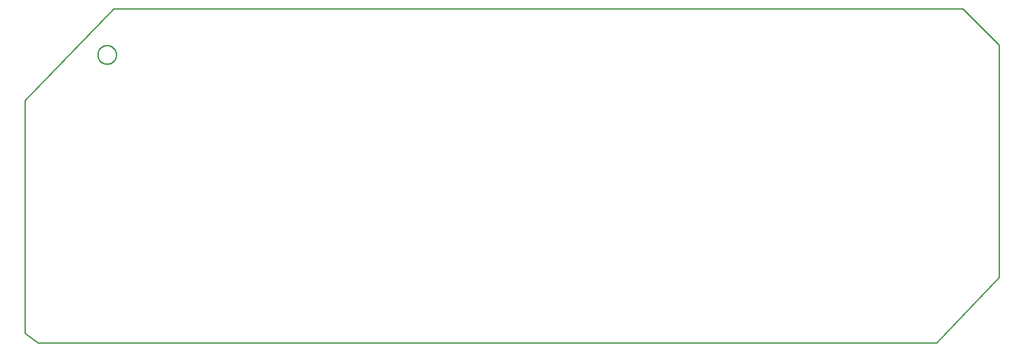
<source format=gbr>
G04 EAGLE Gerber RS-274X export*
G75*
%MOMM*%
%FSLAX34Y34*%
%LPD*%
%IN*%
%IPPOS*%
%AMOC8*
5,1,8,0,0,1.08239X$1,22.5*%
G01*
%ADD10C,0.254000*%


D10*
X0Y-6350D02*
X25400Y-25400D01*
X1765300Y-25400D01*
X1885950Y101600D01*
X1885950Y552450D01*
X1816100Y622300D01*
X171450Y622300D01*
X0Y444500D01*
X0Y-6350D01*
X176750Y532811D02*
X176673Y531635D01*
X176519Y530466D01*
X176289Y529310D01*
X175984Y528172D01*
X175605Y527056D01*
X175154Y525967D01*
X174633Y524910D01*
X174044Y523890D01*
X173389Y522910D01*
X172672Y521975D01*
X171895Y521089D01*
X171061Y520255D01*
X170175Y519478D01*
X169240Y518761D01*
X168260Y518106D01*
X167240Y517517D01*
X166183Y516996D01*
X165094Y516545D01*
X163978Y516166D01*
X162840Y515861D01*
X161684Y515631D01*
X160515Y515477D01*
X159339Y515400D01*
X158161Y515400D01*
X156985Y515477D01*
X155816Y515631D01*
X154660Y515861D01*
X153522Y516166D01*
X152406Y516545D01*
X151317Y516996D01*
X150260Y517517D01*
X149240Y518106D01*
X148260Y518761D01*
X147325Y519478D01*
X146439Y520255D01*
X145605Y521089D01*
X144828Y521975D01*
X144111Y522910D01*
X143456Y523890D01*
X142867Y524910D01*
X142346Y525967D01*
X141895Y527056D01*
X141516Y528172D01*
X141211Y529310D01*
X140981Y530466D01*
X140827Y531635D01*
X140750Y532811D01*
X140750Y533989D01*
X140827Y535165D01*
X140981Y536334D01*
X141211Y537490D01*
X141516Y538628D01*
X141895Y539744D01*
X142346Y540833D01*
X142867Y541890D01*
X143456Y542910D01*
X144111Y543890D01*
X144828Y544825D01*
X145605Y545711D01*
X146439Y546545D01*
X147325Y547322D01*
X148260Y548039D01*
X149240Y548694D01*
X150260Y549283D01*
X151317Y549804D01*
X152406Y550255D01*
X153522Y550634D01*
X154660Y550939D01*
X155816Y551169D01*
X156985Y551323D01*
X158161Y551400D01*
X159339Y551400D01*
X160515Y551323D01*
X161684Y551169D01*
X162840Y550939D01*
X163978Y550634D01*
X165094Y550255D01*
X166183Y549804D01*
X167240Y549283D01*
X168260Y548694D01*
X169240Y548039D01*
X170175Y547322D01*
X171061Y546545D01*
X171895Y545711D01*
X172672Y544825D01*
X173389Y543890D01*
X174044Y542910D01*
X174633Y541890D01*
X175154Y540833D01*
X175605Y539744D01*
X175984Y538628D01*
X176289Y537490D01*
X176519Y536334D01*
X176673Y535165D01*
X176750Y533989D01*
X176750Y532811D01*
M02*

</source>
